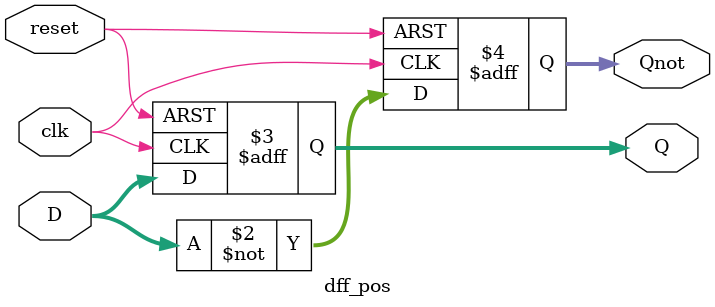
<source format=v>
module dff_pos (D, clk, Q, Qnot, reset);
	input  [3:0] D;
	input	  clk, reset;
	output [3:0] Q, Qnot;
	reg    [3:0] Q, Qnot;
	
	always @ (posedge clk or posedge reset) begin
		if (reset) begin
			Q = 0;
			Qnot <= 1;
		end else begin
			Q <= D;
			Qnot <= ~D;
		end

	end 
endmodule
</source>
